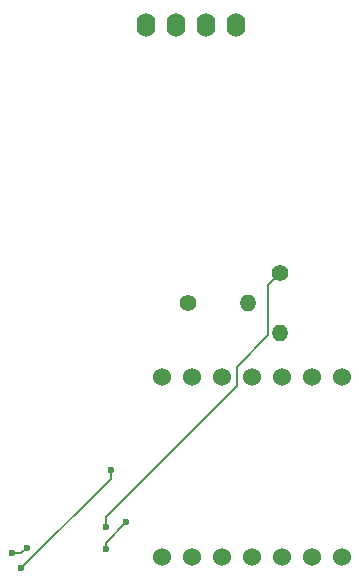
<source format=gbr>
%TF.GenerationSoftware,KiCad,Pcbnew,9.0.1*%
%TF.CreationDate,2025-07-17T13:04:37-04:00*%
%TF.ProjectId,hermes,6865726d-6573-42e6-9b69-6361645f7063,rev?*%
%TF.SameCoordinates,Original*%
%TF.FileFunction,Copper,L2,Bot*%
%TF.FilePolarity,Positive*%
%FSLAX46Y46*%
G04 Gerber Fmt 4.6, Leading zero omitted, Abs format (unit mm)*
G04 Created by KiCad (PCBNEW 9.0.1) date 2025-07-17 13:04:37*
%MOMM*%
%LPD*%
G01*
G04 APERTURE LIST*
%TA.AperFunction,ComponentPad*%
%ADD10C,1.400000*%
%TD*%
%TA.AperFunction,ComponentPad*%
%ADD11O,1.400000X1.400000*%
%TD*%
%TA.AperFunction,ComponentPad*%
%ADD12O,1.600000X2.000000*%
%TD*%
%TA.AperFunction,ComponentPad*%
%ADD13C,1.524000*%
%TD*%
%TA.AperFunction,ViaPad*%
%ADD14C,0.600000*%
%TD*%
%TA.AperFunction,Conductor*%
%ADD15C,0.200000*%
%TD*%
G04 APERTURE END LIST*
D10*
%TO.P,R1,1*%
%TO.N,SDA*%
X121650000Y-98370000D03*
D11*
%TO.P,R1,2*%
%TO.N,Net-(U2-GPIO6{slash}SDA)*%
X121650000Y-103450000D03*
%TD*%
D12*
%TO.P,DS1,1,VDD*%
%TO.N,3V3*%
X110300000Y-77400000D03*
%TO.P,DS1,2,GND*%
%TO.N,GND*%
X112840000Y-77400000D03*
%TO.P,DS1,3,SCK*%
%TO.N,SCL*%
X115380000Y-77400000D03*
%TO.P,DS1,4,SDA*%
%TO.N,SDA*%
X117920000Y-77400000D03*
%TD*%
D10*
%TO.P,R2,1*%
%TO.N,SCL*%
X113810000Y-100950000D03*
D11*
%TO.P,R2,2*%
%TO.N,Net-(U2-GPIO7{slash}SCL)*%
X118890000Y-100950000D03*
%TD*%
D13*
%TO.P,U2,1,GPIO26/ADC0/A0*%
%TO.N,unconnected-(U2-GPIO26{slash}ADC0{slash}A0-Pad1)*%
X126851500Y-107180000D03*
%TO.P,U2,2,GPIO27/ADC1/A1*%
%TO.N,unconnected-(U2-GPIO27{slash}ADC1{slash}A1-Pad2)*%
X124311500Y-107180000D03*
%TO.P,U2,3,GPIO28/ADC2/A2*%
%TO.N,unconnected-(U2-GPIO28{slash}ADC2{slash}A2-Pad3)*%
X121771500Y-107180000D03*
%TO.P,U2,4,GPIO29/ADC3/A3*%
%TO.N,unconnected-(U2-GPIO29{slash}ADC3{slash}A3-Pad4)*%
X119231500Y-107180000D03*
%TO.P,U2,5,GPIO6/SDA*%
%TO.N,Net-(U2-GPIO6{slash}SDA)*%
X116691500Y-107180000D03*
%TO.P,U2,6,GPIO7/SCL*%
%TO.N,Net-(U2-GPIO7{slash}SCL)*%
X114151500Y-107180000D03*
%TO.P,U2,7,GPIO0/TX*%
%TO.N,ACCELINT*%
X111611500Y-107180000D03*
%TO.P,U2,8,GPIO1/RX*%
%TO.N,unconnected-(U2-GPIO1{slash}RX-Pad8)*%
X111611500Y-122420000D03*
%TO.P,U2,9,GPIO2/SCK*%
%TO.N,unconnected-(U2-GPIO2{slash}SCK-Pad9)*%
X114151500Y-122420000D03*
%TO.P,U2,10,GPIO4/MISO*%
%TO.N,unconnected-(U2-GPIO4{slash}MISO-Pad10)*%
X116691500Y-122420000D03*
%TO.P,U2,11,GPIO3/MOSI*%
%TO.N,unconnected-(U2-GPIO3{slash}MOSI-Pad11)*%
X119231500Y-122420000D03*
%TO.P,U2,12,3V3*%
%TO.N,3V3*%
X121771500Y-122420000D03*
%TO.P,U2,13,GND*%
%TO.N,GND*%
X124311500Y-122420000D03*
%TO.P,U2,14,VBUS*%
%TO.N,unconnected-(U2-VBUS-Pad14)*%
X126851500Y-122420000D03*
%TD*%
D14*
%TO.N,3V3*%
X98950735Y-122099265D03*
X100174265Y-121625735D03*
%TO.N,SDA*%
X106870000Y-119850000D03*
%TO.N,SCL*%
X106870000Y-121750000D03*
X108600000Y-119500000D03*
%TO.N,ACCELINT*%
X99700000Y-123400000D03*
X107300000Y-115100000D03*
%TD*%
D15*
%TO.N,3V3*%
X98950735Y-122099265D02*
X99700735Y-122099265D01*
X99700735Y-122099265D02*
X100174265Y-121625735D01*
%TO.N,SDA*%
X117950000Y-107950000D02*
X106900000Y-119000000D01*
X106900000Y-119820000D02*
X106870000Y-119850000D01*
X120649000Y-103601000D02*
X117950000Y-106300000D01*
X120649000Y-99371000D02*
X120649000Y-103601000D01*
X117950000Y-106300000D02*
X117950000Y-107950000D01*
X121650000Y-98370000D02*
X120649000Y-99371000D01*
X106900000Y-119000000D02*
X106900000Y-119820000D01*
%TO.N,SCL*%
X108600000Y-119500000D02*
X106870000Y-121230000D01*
X106870000Y-121230000D02*
X106870000Y-121750000D01*
%TO.N,ACCELINT*%
X107300000Y-115800000D02*
X99700000Y-123400000D01*
X107300000Y-115100000D02*
X107300000Y-115800000D01*
%TD*%
M02*

</source>
